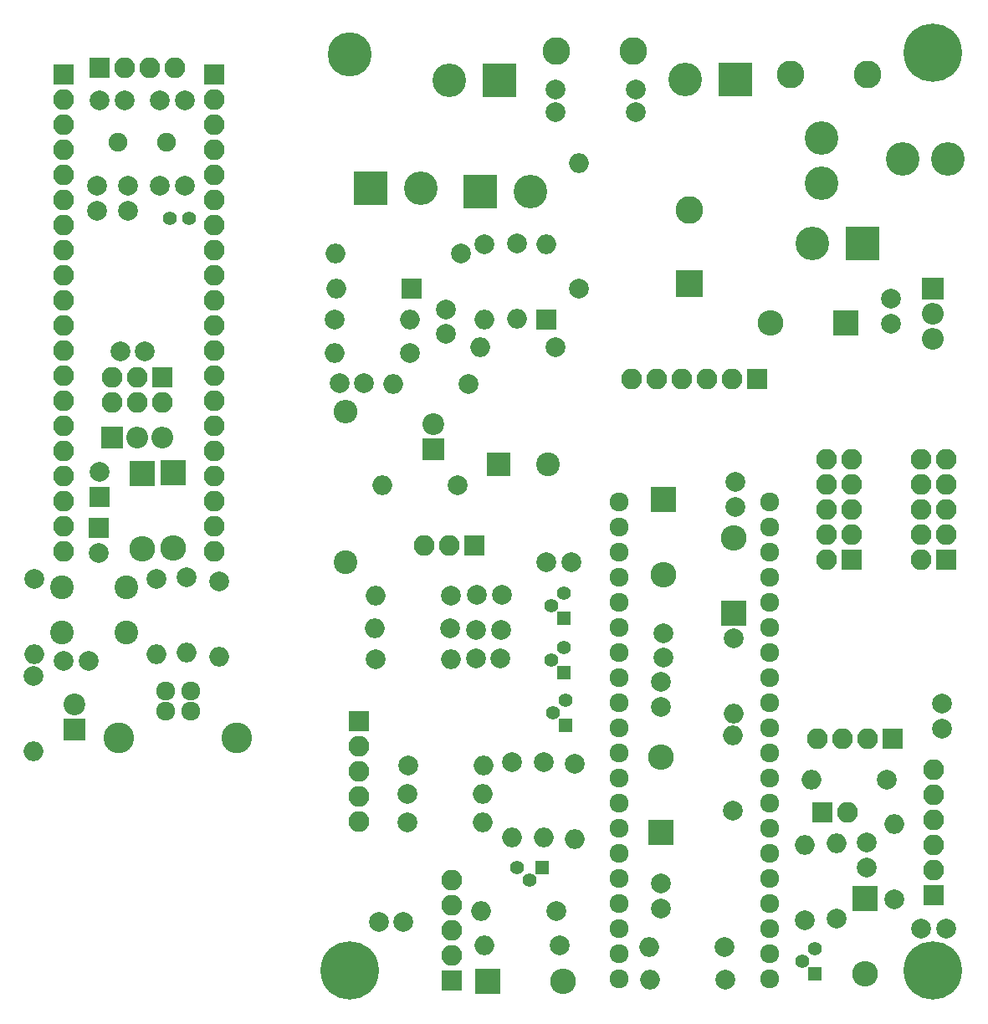
<source format=gbr>
G04 #@! TF.FileFunction,Soldermask,Bot*
%FSLAX46Y46*%
G04 Gerber Fmt 4.6, Leading zero omitted, Abs format (unit mm)*
G04 Created by KiCad (PCBNEW 4.0.7) date 09/22/18 14:56:15*
%MOMM*%
%LPD*%
G01*
G04 APERTURE LIST*
%ADD10C,0.100000*%
%ADD11C,2.000000*%
%ADD12O,2.000000X2.000000*%
%ADD13C,1.924000*%
%ADD14R,2.800000X2.800000*%
%ADD15C,2.800000*%
%ADD16C,1.400000*%
%ADD17R,1.400000X1.400000*%
%ADD18R,3.400000X3.400000*%
%ADD19C,3.400000*%
%ADD20C,4.464000*%
%ADD21C,5.900000*%
%ADD22R,2.100000X2.100000*%
%ADD23O,2.100000X2.100000*%
%ADD24R,2.200000X2.200000*%
%ADD25C,2.200000*%
%ADD26R,2.600000X2.600000*%
%ADD27O,2.600000X2.600000*%
%ADD28C,1.900000*%
%ADD29R,2.000000X2.000000*%
%ADD30C,1.920000*%
%ADD31C,3.100000*%
%ADD32C,2.400000*%
%ADD33O,2.200000X2.200000*%
%ADD34O,2.400000X2.400000*%
%ADD35R,2.400000X2.400000*%
G04 APERTURE END LIST*
D10*
D11*
X102870000Y-90347800D03*
X105370000Y-90347800D03*
X100203000Y-90195400D03*
D12*
X92583000Y-90195400D03*
D13*
X117348000Y-77470000D03*
X117348000Y-80010000D03*
X117348000Y-82550000D03*
X117348000Y-85090000D03*
X117348000Y-87630000D03*
X117348000Y-90170000D03*
X117348000Y-92710000D03*
X117348000Y-95250000D03*
X117348000Y-97790000D03*
X117348000Y-100330000D03*
X117348000Y-102870000D03*
X117348000Y-105410000D03*
X117348000Y-107950000D03*
X117348000Y-110490000D03*
X117348000Y-113030000D03*
X117348000Y-115570000D03*
X117348000Y-118110000D03*
X117348000Y-120650000D03*
X117348000Y-123190000D03*
X117348000Y-125730000D03*
X132588000Y-77470000D03*
X132588000Y-80010000D03*
X132588000Y-82550000D03*
X132588000Y-85090000D03*
X132588000Y-87630000D03*
X132588000Y-90170000D03*
X132588000Y-92710000D03*
X132588000Y-95250000D03*
X132588000Y-97790000D03*
X132588000Y-100330000D03*
X132588000Y-102870000D03*
X132588000Y-105410000D03*
X132588000Y-107950000D03*
X132588000Y-110490000D03*
X132588000Y-113030000D03*
X132588000Y-115570000D03*
X132588000Y-118110000D03*
X132588000Y-120650000D03*
X132588000Y-123190000D03*
X132588000Y-125730000D03*
D14*
X124460000Y-55372000D03*
D15*
X124460000Y-47872000D03*
D11*
X96164400Y-62357000D03*
D12*
X88544400Y-62357000D03*
D16*
X108280200Y-115658900D03*
X107010200Y-114388900D03*
D17*
X109550200Y-114388900D03*
D18*
X129082800Y-34671000D03*
D19*
X124002800Y-34671000D03*
D15*
X118775480Y-31826200D03*
X111025480Y-31826200D03*
D20*
X90043000Y-32131000D03*
D21*
X149098000Y-32004000D03*
X90043000Y-124841000D03*
X149098000Y-124841000D03*
D22*
X131318000Y-65024000D03*
D23*
X128778000Y-65024000D03*
X126238000Y-65024000D03*
X123698000Y-65024000D03*
X121158000Y-65024000D03*
X118618000Y-65024000D03*
D22*
X149199600Y-117233700D03*
D23*
X149199600Y-114693700D03*
X149199600Y-112153700D03*
X149199600Y-109613700D03*
X149199600Y-107073700D03*
X149199600Y-104533700D03*
D22*
X137922000Y-108839000D03*
D23*
X140462000Y-108839000D03*
D22*
X100393500Y-125857000D03*
D23*
X100393500Y-123317000D03*
X100393500Y-120777000D03*
X100393500Y-118237000D03*
X100393500Y-115697000D03*
D18*
X105257600Y-34798000D03*
D19*
X100177600Y-34798000D03*
X146014440Y-42692320D03*
X150584440Y-42692320D03*
X137855960Y-40624760D03*
X137855960Y-45194760D03*
D24*
X98572320Y-72085200D03*
D25*
X98572320Y-69545200D03*
D15*
X142443200Y-34188400D03*
X134693200Y-34188400D03*
D26*
X128894840Y-88661240D03*
D27*
X128894840Y-81041240D03*
D26*
X104013000Y-125984000D03*
D27*
X111633000Y-125984000D03*
D11*
X128930400Y-91252040D03*
D12*
X128930400Y-98872040D03*
D11*
X128854200Y-108701840D03*
D12*
X128854200Y-101081840D03*
D11*
X101031040Y-75773280D03*
D12*
X93411040Y-75773280D03*
D11*
X111315500Y-122301000D03*
D12*
X103695500Y-122301000D03*
D11*
X110998000Y-118808500D03*
D12*
X103378000Y-118808500D03*
D11*
X127965200Y-122488960D03*
D12*
X120345200Y-122488960D03*
D11*
X128076960Y-125785880D03*
D12*
X120456960Y-125785880D03*
D18*
X141986000Y-51308000D03*
D19*
X136906000Y-51308000D03*
D22*
X61110000Y-34158000D03*
D23*
X61110000Y-36698000D03*
X61110000Y-39238000D03*
X61110000Y-41778000D03*
X61110000Y-44318000D03*
X61110000Y-46858000D03*
X61110000Y-49398000D03*
X61110000Y-51938000D03*
X61110000Y-54478000D03*
X61110000Y-57018000D03*
X61110000Y-59558000D03*
X61110000Y-62098000D03*
X61110000Y-64638000D03*
X61110000Y-67178000D03*
X61110000Y-69718000D03*
X61110000Y-72258000D03*
X61110000Y-74798000D03*
X61110000Y-77338000D03*
X61110000Y-79878000D03*
X61110000Y-82418000D03*
D22*
X76350000Y-34158000D03*
D23*
X76350000Y-36698000D03*
X76350000Y-39238000D03*
X76350000Y-41778000D03*
X76350000Y-44318000D03*
X76350000Y-46858000D03*
X76350000Y-49398000D03*
X76350000Y-51938000D03*
X76350000Y-54478000D03*
X76350000Y-57018000D03*
X76350000Y-59558000D03*
X76350000Y-62098000D03*
X76350000Y-64638000D03*
X76350000Y-67178000D03*
X76350000Y-69718000D03*
X76350000Y-72258000D03*
X76350000Y-74798000D03*
X76350000Y-77338000D03*
X76350000Y-79878000D03*
X76350000Y-82418000D03*
D26*
X142240000Y-117602000D03*
D27*
X142240000Y-125222000D03*
D16*
X135890000Y-123952000D03*
X137160000Y-122682000D03*
D17*
X137160000Y-125222000D03*
D11*
X144462500Y-105537000D03*
D12*
X136842500Y-105537000D03*
D11*
X139319000Y-119634000D03*
D12*
X139319000Y-112014000D03*
D16*
X110490000Y-93446600D03*
X111760000Y-92176600D03*
D17*
X111760000Y-94716600D03*
D16*
X110439200Y-87960200D03*
X111709200Y-86690200D03*
D17*
X111709200Y-89230200D03*
D11*
X106489500Y-103784400D03*
D12*
X106489500Y-111404400D03*
D11*
X109689900Y-103784400D03*
D12*
X109689900Y-111404400D03*
D11*
X100330000Y-86918800D03*
D12*
X92710000Y-86918800D03*
D22*
X102651560Y-81864200D03*
D23*
X100111560Y-81864200D03*
X97571560Y-81864200D03*
D11*
X67627500Y-45466000D03*
X67627500Y-47966000D03*
X64516000Y-45466000D03*
X64516000Y-47966000D03*
X70866000Y-36830000D03*
X73366000Y-36830000D03*
X64770000Y-36830000D03*
X67270000Y-36830000D03*
D22*
X64770000Y-33528000D03*
D23*
X67310000Y-33528000D03*
X69850000Y-33528000D03*
X72390000Y-33528000D03*
D28*
X71501000Y-41021000D03*
X66621000Y-41021000D03*
D16*
X71882000Y-48768000D03*
X73782000Y-48768000D03*
D11*
X70866000Y-45466000D03*
X73366000Y-45466000D03*
D29*
X64709040Y-80076040D03*
D11*
X64709040Y-82576040D03*
X66865500Y-62166500D03*
X69365500Y-62166500D03*
D29*
X64731900Y-76885800D03*
D11*
X64731900Y-74385800D03*
X61153040Y-93497400D03*
X63653040Y-93497400D03*
D24*
X62219840Y-100472240D03*
D25*
X62219840Y-97932240D03*
D26*
X69049900Y-74587100D03*
D27*
X69049900Y-82207100D03*
D26*
X72199500Y-74447400D03*
D27*
X72199500Y-82067400D03*
D30*
X71414640Y-96586040D03*
X73954640Y-96586040D03*
X73954640Y-98586040D03*
X71414640Y-98586040D03*
D31*
X66684640Y-101286040D03*
X78684640Y-101286040D03*
D22*
X71120000Y-64833500D03*
D23*
X71120000Y-67373500D03*
X68580000Y-64833500D03*
X68580000Y-67373500D03*
X66040000Y-64833500D03*
X66040000Y-67373500D03*
D32*
X60960000Y-90606000D03*
X60960000Y-86106000D03*
X67460000Y-90606000D03*
X67460000Y-86106000D03*
D11*
X70485000Y-85217000D03*
D12*
X70485000Y-92837000D03*
D11*
X73533000Y-85090000D03*
D12*
X73533000Y-92710000D03*
D11*
X76835000Y-85471000D03*
D12*
X76835000Y-93091000D03*
D11*
X58140600Y-85232240D03*
D12*
X58140600Y-92852240D03*
D11*
X58064400Y-95062040D03*
D12*
X58064400Y-102682040D03*
D24*
X66027300Y-70942200D03*
D33*
X68567300Y-70942200D03*
X71107300Y-70942200D03*
D29*
X96342200Y-55880000D03*
D12*
X88722200Y-55880000D03*
D29*
X109969300Y-58953400D03*
D12*
X109969300Y-51333400D03*
D26*
X121793000Y-77216000D03*
D27*
X121793000Y-84836000D03*
D26*
X121589800Y-110871000D03*
D27*
X121589800Y-103251000D03*
D18*
X92202000Y-45720000D03*
D19*
X97282000Y-45720000D03*
D18*
X103322120Y-45989240D03*
D19*
X108402120Y-45989240D03*
D32*
X89649300Y-83553300D03*
D34*
X89649300Y-68313300D03*
D11*
X88519000Y-59004200D03*
D12*
X96139000Y-59004200D03*
D11*
X107035600Y-51295300D03*
D12*
X107035600Y-58915300D03*
D11*
X103746300Y-51384200D03*
D12*
X103746300Y-59004200D03*
D11*
X101346000Y-52324000D03*
D12*
X88646000Y-52324000D03*
D11*
X113284000Y-55880000D03*
D12*
X113284000Y-43180000D03*
D35*
X105168700Y-73647300D03*
D32*
X110168700Y-73647300D03*
D11*
X102108000Y-65493900D03*
D12*
X94488000Y-65493900D03*
D11*
X110871000Y-61747400D03*
D12*
X103251000Y-61747400D03*
D24*
X149098000Y-55880000D03*
D33*
X149098000Y-58420000D03*
X149098000Y-60960000D03*
D26*
X140258800Y-59283600D03*
D27*
X132638800Y-59283600D03*
D22*
X140843000Y-83312000D03*
D23*
X138303000Y-83312000D03*
X140843000Y-80772000D03*
X138303000Y-80772000D03*
X140843000Y-78232000D03*
X138303000Y-78232000D03*
X140843000Y-75692000D03*
X138303000Y-75692000D03*
X140843000Y-73152000D03*
X138303000Y-73152000D03*
D22*
X145034000Y-101409500D03*
D23*
X142494000Y-101409500D03*
X139954000Y-101409500D03*
X137414000Y-101409500D03*
D22*
X150431500Y-83248500D03*
D23*
X147891500Y-83248500D03*
X150431500Y-80708500D03*
X147891500Y-80708500D03*
X150431500Y-78168500D03*
X147891500Y-78168500D03*
X150431500Y-75628500D03*
X147891500Y-75628500D03*
X150431500Y-73088500D03*
X147891500Y-73088500D03*
D11*
X95923100Y-106946700D03*
D12*
X103543100Y-106946700D03*
D11*
X145224500Y-117665500D03*
D12*
X145224500Y-110045500D03*
D11*
X136144000Y-119761000D03*
D12*
X136144000Y-112141000D03*
D11*
X129082800Y-75438000D03*
X129082800Y-77938000D03*
X144843500Y-59372500D03*
X144843500Y-56872500D03*
X109971840Y-83540600D03*
X112471840Y-83540600D03*
X91516200Y-65379600D03*
X89016200Y-65379600D03*
X99834700Y-60452000D03*
X99834700Y-57952000D03*
X121539000Y-95631000D03*
X121539000Y-98131000D03*
X121589800Y-116065300D03*
X121589800Y-118565300D03*
X121793000Y-93218000D03*
X121793000Y-90718000D03*
X102946200Y-86868000D03*
X105446200Y-86868000D03*
X93027500Y-119951500D03*
X95527500Y-119951500D03*
X150428960Y-120589040D03*
X147928960Y-120589040D03*
X150050500Y-97853500D03*
X150050500Y-100353500D03*
X142367000Y-111887000D03*
X142367000Y-114387000D03*
X118999000Y-35687000D03*
X110871000Y-35687000D03*
X118999000Y-37973000D03*
X110871000Y-37973000D03*
X96012000Y-104101900D03*
D12*
X103632000Y-104101900D03*
D11*
X102844600Y-93268800D03*
X105344600Y-93268800D03*
D22*
X91028520Y-99634040D03*
D23*
X91028520Y-102174040D03*
X91028520Y-104714040D03*
X91028520Y-107254040D03*
X91028520Y-109794040D03*
D11*
X95945960Y-109832140D03*
D12*
X103565960Y-109832140D03*
D16*
X110667800Y-98806000D03*
X111937800Y-97536000D03*
D17*
X111937800Y-100076000D03*
D11*
X112852200Y-103936800D03*
D12*
X112852200Y-111556800D03*
D11*
X92659200Y-93345000D03*
D12*
X100279200Y-93345000D03*
M02*

</source>
